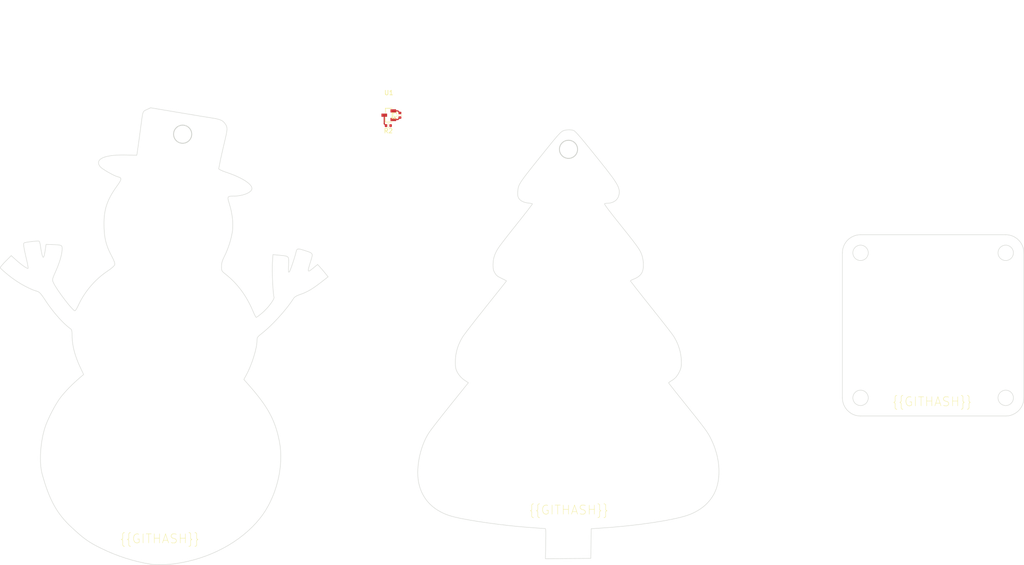
<source format=kicad_pcb>
(kicad_pcb (version 20221018) (generator pcbnew)
  (layers (0 "F.Cu" signal) (31 "B.Cu" signal) (34 "B.Paste" user) (35 "F.Paste" user) (36 "B.SilkS" user "B.Silkscreen") (37 "F.SilkS" user "F.Silkscreen") (38 "B.Mask" user) (39 "F.Mask" user) (44 "Edge.Cuts" user))
  (net 0 "")
  (net 1 "vcc")
  (net 2 "lv_signal")
  (net 3 "hv_signal")
  (net 4 "vcc-1")
  (footprint "lib:R0402" (layer "F.Cu") (at 124.058996 51.431563 90)
    (fp_text reference "R1" (at 0 -1.17 90) (layer "F.SilkS"))
    (fp_text value "Chip Resistor - Surface Mount 10KOhms ±5% 1/16W 0402 RoHS")
    (fp_line (start -0.153641 -0.38) (end 0.153641 -0.38) (stroke (width 0.12)) (layer "F.SilkS"))
    (fp_line (start -0.153641 0.38) (end 0.153641 0.38) (stroke (width 0.12)) (layer "F.SilkS"))
    (pad "1" smd roundrect (at -0.51 0 90) (size 0.54 0.64) (layers "F.Cu" "F.Paste" "F.Mask") (net 1 "vcc"))
    (pad "2" smd roundrect (at 0.51 0 90) (size 0.54 0.64) (layers "F.Cu" "F.Paste" "F.Mask") (net 2 "lv_signal"))
  )
  (footprint "lib:SOT-23-3_L2.9-W1.3-P1.90-LS2.4-BR" (layer "F.Cu") (at 121.615 51.415)
    (fp_text reference "U1" (at 0 -4.95) (layer "F.SilkS"))
    (fp_text value "")
    (fp_line (start -0.73 -1.53) (end -0.73 -0.49) (stroke (width 0.15)) (layer "F.SilkS"))
    (fp_line (start -0.73 1.53) (end -0.73 0.49) (stroke (width 0.15)) (layer "F.SilkS"))
    (fp_line (start 0.73 -1.53) (end -0.73 -1.53) (stroke (width 0.15)) (layer "F.SilkS"))
    (fp_line (start 0.73 -0.46) (end 0.73 0.46) (stroke (width 0.15)) (layer "F.SilkS"))
    (fp_line (start 0.73 1.53) (end -0.73 1.53) (stroke (width 0.15)) (layer "F.SilkS"))
    (pad "1" smd rect (at 1 0.95) (size 1.25 0.7) (layers "F.Cu" "F.Paste" "F.Mask") (net 1 "vcc"))
    (pad "2" smd rect (at 1 -0.95) (size 1.25 0.7) (layers "F.Cu" "F.Paste" "F.Mask") (net 2 "lv_signal"))
    (pad "3" smd rect (at -1 0) (size 1.25 0.7) (layers "F.Cu" "F.Paste" "F.Mask") (net 3 "hv_signal"))
  )
  (footprint "lib:R0402" (layer "F.Cu") (at 121.508806 53.709823 180)
    (fp_text reference "R2" (at 0 -1.17) (layer "F.SilkS"))
    (fp_text value "Chip Resistor - Surface Mount 10KOhms ±5% 1/16W 0402 RoHS")
    (fp_line (start -0.153641 -0.38) (end 0.153641 -0.38) (stroke (width 0.12)) (layer "F.SilkS"))
    (fp_line (start -0.153641 0.38) (end 0.153641 0.38) (stroke (width 0.12)) (layer "F.SilkS"))
    (pad "1" smd roundrect (at -0.51 0 180) (size 0.54 0.64) (layers "F.Cu" "F.Paste" "F.Mask") (net 4 "vcc-1"))
    (pad "2" smd roundrect (at 0.51 0 180) (size 0.54 0.64) (layers "F.Cu" "F.Paste" "F.Mask") (net 3 "hv_signal"))
  )
  (gr_circle (center 225.62 81.79) (end 227.32 81.79) (stroke (width 0.1)) (fill none) (layer "Edge.Cuts"))
  (gr_circle (center 257.62 113.79) (end 259.32 113.79) (stroke (width 0.1)) (fill none) (layer "Edge.Cuts"))
  (gr_circle (center 257.62 81.79) (end 259.32 81.79) (stroke (width 0.1)) (fill none) (layer "Edge.Cuts"))
  (gr_poly (pts (xy 75.142222 50.797022) (xy 79.756606 51.568267) (xy 82.366969 51.99203) (xy 83.019066 52.095762) (xy 83.303876 52.146979) (xy 83.563537 52.198618) (xy 83.799806 52.251323) (xy 84.01444 52.305736) (xy 84.209196 52.362498) (xy 84.385831 52.422252) (xy 84.546102 52.485641) (xy 84.691766 52.553306) (xy 84.824581 52.62589) (xy 84.946303 52.704035) (xy 85.05869 52.788383) (xy 85.163499 52.879577) (xy 85.262486 52.978258) (xy 85.357409 53.08507) (xy 85.479286 53.234958) (xy 85.586233 53.378736) (xy 85.634185 53.44915) (xy 85.678498 53.519015) (xy 85.719202 53.588656) (xy 85.75633 53.658402) (xy 85.789911 53.728576) (xy 85.819976 53.799506) (xy 85.846558 53.871517) (xy 85.869686 53.944936) (xy 85.889392 54.020089) (xy 85.905707 54.097301) (xy 85.918662 54.176899) (xy 85.928287 54.259209) (xy 85.934615 54.344557) (xy 85.937675 54.433269) (xy 85.937499 54.525672) (xy 85.934119 54.62209) (xy 85.927564 54.722851) (xy 85.917866 54.82828) (xy 85.889166 55.054449) (xy 85.848266 55.303204) (xy 85.795414 55.577155) (xy 85.730859 55.878909) (xy 85.654849 56.211077) (xy 84.878546 59.55341) (xy 84.657875 60.550977) (xy 84.450892 61.532488) (xy 84.331406 62.116419) (xy 84.229648 62.629765) (xy 84.15639 63.017063) (xy 84.122409 63.222849) (xy 84.123062 63.236814) (xy 84.127967 63.251873) (xy 84.137065 63.268001) (xy 84.150302 63.285171) (xy 84.167619 63.303357) (xy 84.188962 63.322534) (xy 84.214273 63.342674) (xy 84.243497 63.363751) (xy 84.313454 63.408613) (xy 84.398381 63.456909) (xy 84.497828 63.50843) (xy 84.611342 63.562966) (xy 84.738473 63.620306) (xy 84.878767 63.680241) (xy 85.031775 63.742561) (xy 85.197043 63.807056) (xy 85.374121 63.873515) (xy 85.562558 63.94173) (xy 85.7619 64.011489) (xy 85.971698 64.082583) (xy 86.585981 64.296029) (xy 87.172975 64.516947) (xy 87.730729 64.744054) (xy 88.257293 64.976069) (xy 88.75072 65.211708) (xy 89.209058 65.449689) (xy 89.63036 65.68873) (xy 90.012676 65.927548) (xy 90.354056 66.16486) (xy 90.652552 66.399385) (xy 90.906214 66.629839) (xy 91.113092 66.85494) (xy 91.271238 67.073405) (xy 91.378702 67.283953) (xy 91.412819 67.385857) (xy 91.433535 67.485301) (xy 91.440605 67.582123) (xy 91.433787 67.676165) (xy 91.41712 67.753004) (xy 91.390362 67.829368) (xy 91.35383 67.905131) (xy 91.307839 67.980165) (xy 91.252707 68.054343) (xy 91.188749 68.12754) (xy 91.116281 68.199626) (xy 91.03562 68.270477) (xy 90.947082 68.339964) (xy 90.850984 68.407961) (xy 90.747641 68.47434) (xy 90.637371 68.538975) (xy 90.520488 68.601739) (xy 90.39731 68.662505) (xy 90.268153 68.721145) (xy 90.133332 68.777534) (xy 89.993165 68.831543) (xy 89.847967 68.883047) (xy 89.543745 68.978027) (xy 89.223197 69.06146) (xy 88.888852 69.132329) (xy 88.54324 69.189618) (xy 88.188892 69.232313) (xy 88.009232 69.24787) (xy 87.828337 69.259397) (xy 87.646523 69.266767) (xy 87.464106 69.269854) (xy 87.202959 69.272042) (xy 86.97453 69.277492) (xy 86.777472 69.288473) (xy 86.690288 69.296746) (xy 86.610443 69.307253) (xy 86.537768 69.320276) (xy 86.472096 69.3361) (xy 86.413258 69.355009) (xy 86.361087 69.377285) (xy 86.315414 69.403211) (xy 86.276071 69.433073) (xy 86.24289 69.467154) (xy 86.215703 69.505736) (xy 86.194342 69.549103) (xy 86.178638 69.59754) (xy 86.168424 69.65133) (xy 86.163532 69.710755) (xy 86.163793 69.776101) (xy 86.169039 69.847649) (xy 86.179102 69.925685) (xy 86.193814 70.010491) (xy 86.236514 70.20155) (xy 86.295792 70.423093) (xy 86.370304 70.677389) (xy 86.458705 70.966708) (xy 86.582128 71.384478) (xy 86.694998 71.803093) (xy 86.797211 72.221567) (xy 86.888665 72.638919) (xy 86.969257 73.054166) (xy 87.038885 73.466323) (xy 87.097447 73.874409) (xy 87.144838 74.277439) (xy 87.180958 74.674432) (xy 87.205702 75.064404) (xy 87.21897 75.446371) (xy 87.220657 75.819352) (xy 87.210662 76.182361) (xy 87.188881 76.534418) (xy 87.155212 76.874538) (xy 87.109553 77.201739) (xy 86.986123 77.871628) (xy 86.830027 78.558912) (xy 86.643845 79.255662) (xy 86.430157 79.953949) (xy 86.19154 80.645848) (xy 85.930575 81.323429) (xy 85.649841 81.978766) (xy 85.351916 82.60393) (xy 85.189192 82.938586) (xy 85.118752 83.093315) (xy 85.055229 83.240939) (xy 84.998352 83.382431) (xy 84.947849 83.518761) (xy 84.903447 83.650903) (xy 84.864875 83.779828) (xy 84.831859 83.906506) (xy 84.804129 84.031911) (xy 84.781412 84.157013) (xy 84.763435 84.282785) (xy 84.749927 84.410197) (xy 84.740615 84.540223) (xy 84.735228 84.673833) (xy 84.733493 84.811999) (xy 84.736223 85.129082) (xy 84.741369 85.261496) (xy 84.750575 85.379459) (xy 84.764997 85.485194) (xy 84.774524 85.534172) (xy 84.785789 85.580928) (xy 84.798934 85.625739) (xy 84.814106 85.668884) (xy 84.831447 85.710641) (xy 84.851104 85.751288) (xy 84.873219 85.791103) (xy 84.897937 85.830364) (xy 84.925403 85.869349) (xy 84.955761 85.908337) (xy 84.989155 85.947605) (xy 85.02573 85.987432) (xy 85.109 86.069873) (xy 85.206725 86.157886) (xy 85.320061 86.253696) (xy 85.598185 86.477602) (xy 86.096863 86.886277) (xy 86.577755 87.306529) (xy 87.04138 87.739064) (xy 87.488258 88.184586) (xy 87.918909 88.6438) (xy 88.333852 89.117412) (xy 88.733607 89.606125) (xy 89.118694 90.110646) (xy 89.489632 90.631678) (xy 89.846941 91.169927) (xy 90.19114 91.726098) (xy 90.52275 92.300895) (xy 90.84229 92.895024) (xy 91.150279 93.509189) (xy 91.447237 94.144095) (xy 91.733683 94.800448) (xy 91.84059 95.047283) (xy 91.945802 95.277558) (xy 92.046625 95.486234) (xy 92.140364 95.668271) (xy 92.224324 95.818627) (xy 92.295813 95.932265) (xy 92.326039 95.973739) (xy 92.352136 96.004143) (xy 92.373767 96.022848) (xy 92.382804 96.027616) (xy 92.390597 96.029223) (xy 92.399173 96.028006) (xy 92.410522 96.024397) (xy 92.441219 96.010237) (xy 92.482045 95.987221) (xy 92.53236 95.955824) (xy 92.591521 95.916524) (xy 92.658887 95.869798) (xy 92.815666 95.755976) (xy 92.997564 95.618173) (xy 93.199447 95.460204) (xy 93.416182 95.285885) (xy 93.642634 95.099032) (xy 93.891007 94.882848) (xy 94.141366 94.648628) (xy 94.390948 94.400061) (xy 94.636991 94.140836) (xy 94.87673 93.874641) (xy 95.107403 93.605164) (xy 95.326247 93.336095) (xy 95.530498 93.071122) (xy 95.717394 92.813933) (xy 95.884171 92.568218) (xy 96.028066 92.337665) (xy 96.146316 92.125962) (xy 96.236159 91.936798) (xy 96.294829 91.773863) (xy 96.311612 91.703383) (xy 96.319566 91.640844) (xy 96.318345 91.586706) (xy 96.307605 91.54143) (xy 96.264441 91.378418) (xy 96.221593 91.121805) (xy 96.138989 90.373142) (xy 96.064068 89.386161) (xy 96.001109 88.251583) (xy 95.954389 87.060129) (xy 95.928186 85.902519) (xy 95.926777 84.869474) (xy 95.95444 84.051714) (xy 96.07471 82.177477) (xy 97.36716 82.304781) (xy 98.13507 82.379263) (xy 98.441266 82.413109) (xy 98.700599 82.449744) (xy 98.916803 82.492956) (xy 99.009898 82.518212) (xy 99.09361 82.546534) (xy 99.168406 82.578395) (xy 99.234753 82.614268) (xy 99.293117 82.654627) (xy 99.343964 82.699946) (xy 99.387763 82.750698) (xy 99.424978 82.807357) (xy 99.456076 82.870396) (xy 99.481525 82.94029) (xy 99.501791 83.017511) (xy 99.51734 83.102533) (xy 99.536155 83.297877) (xy 99.541702 83.530109) (xy 99.537716 83.803018) (xy 99.51607 84.486025) (xy 99.501811 85.019341) (xy 99.495778 85.429631) (xy 99.49953 85.727933) (xy 99.505563 85.838537) (xy 99.514626 85.925284) (xy 99.526915 85.989553) (xy 99.542625 86.032723) (xy 99.551823 86.046828) (xy 99.56195 86.056175) (xy 99.573029 86.060938) (xy 99.585085 86.061289) (xy 99.612224 86.049443) (xy 99.643564 86.022019) (xy 99.679299 85.980395) (xy 99.719623 85.925951) (xy 99.770963 85.835961) (xy 99.83738 85.6921) (xy 100.00736 85.267042) (xy 100.213404 84.699332) (xy 100.439353 84.037526) (xy 100.669049 83.330178) (xy 100.886332 82.625845) (xy 101.075044 81.973082) (xy 101.219027 81.420443) (xy 101.232451 81.367288) (xy 101.246658 81.317349) (xy 101.261814 81.270604) (xy 101.278084 81.227032) (xy 101.295634 81.186611) (xy 101.314631 81.149321) (xy 101.33524 81.115138) (xy 101.357628 81.084043) (xy 101.381959 81.056013) (xy 101.4084 81.031027) (xy 101.437117 81.009064) (xy 101.468275 80.990102) (xy 101.502041 80.974119) (xy 101.538581 80.961095) (xy 101.578059 80.951007) (xy 101.620643 80.943835) (xy 101.666497 80.939556) (xy 101.715788 80.938149) (xy 101.768682 80.939594) (xy 101.825345 80.943867) (xy 101.885942 80.950949) (xy 101.950639 80.960817) (xy 102.019603 80.97345) (xy 102.092998 80.988826) (xy 102.170992 81.006924) (xy 102.253749 81.027723) (xy 102.434219 81.077337) (xy 102.635734 81.137495) (xy 102.859622 81.208025) (xy 103.581471 81.438726) (xy 103.868146 81.535185) (xy 104.108644 81.625316) (xy 104.212356 81.669476) (xy 104.305459 81.713816) (xy 104.388264 81.758923) (xy 104.461082 81.805384) (xy 104.524226 81.853787) (xy 104.578006 81.904719) (xy 104.622735 81.958768) (xy 104.658725 82.01652) (xy 104.686285 82.078563) (xy 104.705729 82.145484) (xy 104.717368 82.217871) (xy 104.721513 82.296311) (xy 104.718476 82.381392) (xy 104.708568 82.4737) (xy 104.692102 82.573823) (xy 104.669388 82.682348) (xy 104.606464 82.926954) (xy 104.522289 83.212218) (xy 104.300158 83.92351) (xy 104.076968 84.658354) (xy 103.993442 84.95378) (xy 103.929762 85.203046) (xy 103.886777 85.407528) (xy 103.865337 85.568604) (xy 103.862962 85.633296) (xy 103.866292 85.687652) (xy 103.875434 85.731846) (xy 103.890492 85.766049) (xy 103.911574 85.790433) (xy 103.938786 85.805172) (xy 103.972234 85.810436) (xy 104.012025 85.806398) (xy 104.058263 85.79323) (xy 104.111056 85.771105) (xy 104.236732 85.700671) (xy 104.3899 85.596472) (xy 104.571411 85.459887) (xy 105.02286 85.095065) (xy 105.918216 84.355181) (xy 106.388476 84.86751) (xy 106.496975 84.987739) (xy 106.625318 85.133369) (xy 106.92254 85.478508) (xy 107.242155 85.858286) (xy 107.546176 86.22806) (xy 108.2336 87.076296) (xy 106.72333 88.254687) (xy 106.031007 88.783192) (xy 105.392025 89.245391) (xy 105.089314 89.453516) (xy 104.796071 89.647331) (xy 104.511007 89.827593) (xy 104.232833 89.995056) (xy 103.960259 90.150478) (xy 103.691998 90.294613) (xy 103.426759 90.428217) (xy 103.163254 90.552046) (xy 102.900193 90.666855) (xy 102.636288 90.773401) (xy 102.370249 90.872439) (xy 102.100787 90.964724) (xy 101.955978 91.013649) (xy 101.818902 91.062832) (xy 101.689432 91.112348) (xy 101.567439 91.162273) (xy 101.452795 91.212683) (xy 101.345371 91.263651) (xy 101.245039 91.315254) (xy 101.151671 91.367567) (xy 101.065138 91.420665) (xy 100.985313 91.474624) (xy 100.912065 91.529517) (xy 100.845269 91.585421) (xy 100.784794 91.642412) (xy 100.730512 91.700563) (xy 100.682296 91.759951) (xy 100.640017 91.82065) (xy 100.313962 92.312951) (xy 99.958065 92.82026) (xy 99.575318 93.339289) (xy 99.168711 93.866747) (xy 98.741234 94.399346) (xy 98.295878 94.933795) (xy 97.835635 95.466804) (xy 97.363494 95.995083) (xy 96.882446 96.515343) (xy 96.395482 97.024295) (xy 95.905593 97.518647) (xy 95.415769 97.995111) (xy 94.929002 98.450396) (xy 94.44828 98.881213) (xy 93.976596 99.284272) (xy 93.51694 99.656283) (xy 93.364132 99.777198) (xy 93.228349 99.887118) (xy 93.108601 99.987555) (xy 93.003899 100.080022) (xy 92.913256 100.166032) (xy 92.835682 100.247098) (xy 92.770188 100.324733) (xy 92.741662 100.362737) (xy 92.715786 100.40045) (xy 92.692435 100.438062) (xy 92.671487 100.475762) (xy 92.652817 100.513738) (xy 92.636302 100.552181) (xy 92.621819 100.591279) (xy 92.609244 100.631221) (xy 92.589322 100.714395) (xy 92.575548 100.803215) (xy 92.566934 100.899195) (xy 92.56249 101.003847) (xy 92.561229 101.118685) (xy 92.548214 101.459191) (xy 92.510172 101.840399) (xy 92.448603 102.257479) (xy 92.365007 102.705605) (xy 92.260885 103.179948) (xy 92.137739 103.675679) (xy 91.997068 104.187971) (xy 91.840373 104.711996) (xy 91.669155 105.242926) (xy 91.484915 105.775933) (xy 91.289154 106.306188) (xy 91.083372 106.828864) (xy 90.86907 107.339132) (xy 90.647749 107.832164) (xy 90.420909 108.303133) (xy 90.190051 108.74721) (xy 89.658061 109.729433) (xy 90.799319 111.025652) (xy 91.552256 111.894452) (xy 92.247519 112.726345) (xy 92.887901 113.52649) (xy 93.476195 114.300047) (xy 94.015193 115.052178) (xy 94.507688 115.788042) (xy 94.956473 116.5128) (xy 95.364341 117.231612) (xy 95.734083 117.949638) (xy 96.068493 118.672038) (xy 96.370364 119.403974) (xy 96.642488 120.150605) (xy 96.887657 120.917091) (xy 97.108665 121.708593) (xy 97.308304 122.530271) (xy 97.489367 123.387286) (xy 97.659586 124.435519) (xy 97.764545 125.512723) (xy 97.805707 126.613102) (xy 97.784533 127.73086) (xy 97.702485 128.860202) (xy 97.561026 129.995332) (xy 97.361618 131.130454) (xy 97.105722 132.259774) (xy 96.794801 133.377494) (xy 96.430316 134.47782) (xy 96.01373 135.554956) (xy 95.546505 136.603107) (xy 95.030102 137.616476) (xy 94.465984 138.589268) (xy 93.855613 139.515689) (xy 93.20045 140.389941) (xy 92.386005 141.350273) (xy 91.510226 142.273552) (xy 90.576227 143.158109) (xy 89.587122 144.002278) (xy 88.546024 144.80439) (xy 87.456048 145.562779) (xy 86.320308 146.275777) (xy 85.141916 146.941716) (xy 83.923988 147.558929) (xy 82.669636 148.125749) (xy 81.381976 148.640508) (xy 80.06412 149.101539) (xy 78.719182 149.507174) (xy 77.350277 149.855747) (xy 75.960518 150.145589) (xy 74.553019 150.375033) (xy 73.862872 150.459306) (xy 73.131633 150.525975) (xy 72.383923 150.574372) (xy 71.644361 150.603827) (xy 70.93757 150.613671) (xy 70.288169 150.603235) (xy 69.720779 150.57185) (xy 69.475532 150.548093) (xy 69.26002 150.518847) (xy 69.260051 150.518832) (xy 67.831835 150.262486) (xy 66.416949 149.953785) (xy 65.016193 149.592984) (xy 63.630368 149.180338) (xy 62.260274 148.716103) (xy 60.90671 148.200532) (xy 59.570477 147.633881) (xy 58.252375 147.016405) (xy 57.283074 146.528505) (xy 56.847829 146.298277) (xy 56.438641 146.072324) (xy 56.050351 145.846994) (xy 55.6778 145.618633) (xy 55.315827 145.383588) (xy 54.959273 145.138205) (xy 54.602979 144.87883) (xy 54.241783 144.601811) (xy 53.870528 144.303492) (xy 53.484054 143.980222) (xy 52.644807 143.244211) (xy 51.682765 142.36455) (xy 51.097036 141.804159) (xy 50.54538 141.238954) (xy 50.025658 140.665073) (xy 49.535731 140.078649) (xy 49.07346 139.475819) (xy 48.636705 138.852719) (xy 48.223328 138.205483) (xy 47.831189 137.530249) (xy 47.458149 136.823151) (xy 47.10207 136.080325) (xy 46.760812 135.297907) (xy 46.432236 134.472032) (xy 46.114202 133.598836) (xy 45.804573 132.674455) (xy 45.501208 131.695024) (xy 45.201968 130.656679) (xy 45.078569 130.147371) (xy 44.978794 129.594224) (xy 44.90231 129.00242) (xy 44.848785 128.377144) (xy 44.817886 127.723579) (xy 44.809281 127.046907) (xy 44.822637 126.352311) (xy 44.857621 125.644974) (xy 44.913901 124.93008) (xy 44.991145 124.212811) (xy 45.089019 123.498351) (xy 45.207191 122.791883) (xy 45.345328 122.098589) (xy 45.503099 121.423652) (xy 45.68017 120.772256) (xy 45.876208 120.149584) (xy 46.005143 119.787909) (xy 46.154924 119.401263) (xy 46.508073 118.570286) (xy 46.917749 117.69111) (xy 47.366047 116.79819) (xy 47.83506 115.92598) (xy 48.306883 115.108937) (xy 48.76361 114.381515) (xy 48.980717 114.062179) (xy 49.187335 113.77817) (xy 49.387433 113.519297) (xy 49.599256 113.255538) (xy 50.056372 112.715109) (xy 50.555279 112.160374) (xy 51.092575 111.594824) (xy 51.664855 111.021952) (xy 52.268718 110.445248) (xy 52.900758 109.868205) (xy 53.557574 109.294314) (xy 54.329783 108.634142) (xy 53.616031 107.110232) (xy 53.390001 106.6154) (xy 53.179365 106.128819) (xy 52.984012 105.650049) (xy 52.803829 105.178652) (xy 52.638704 104.71419) (xy 52.488525 104.256224) (xy 52.353181 103.804315) (xy 52.232559 103.358025) (xy 52.126547 102.916915) (xy 52.035034 102.480548) (xy 51.957906 102.048484) (xy 51.895053 101.620284) (xy 51.846363 101.195511) (xy 51.811722 100.773726) (xy 51.79102 100.35449) (xy 51.784144 99.937365) (xy 51.780657 99.620612) (xy 51.776007 99.482669) (xy 51.769161 99.357285) (xy 51.759927 99.243666) (xy 51.748111 99.141014) (xy 51.733519 99.048534) (xy 51.715958 98.96543) (xy 51.695233 98.890904) (xy 51.671153 98.824161) (xy 51.643523 98.764406) (xy 51.612149 98.71084) (xy 51.576839 98.662669) (xy 51.537399 98.619096) (xy 51.493635 98.579325) (xy 51.445353 98.542559) (xy 51.149902 98.324092) (xy 50.839064 98.073347) (xy 50.514896 97.792628) (xy 50.179453 97.484238) (xy 49.834791 97.150482) (xy 49.482966 96.793665) (xy 49.126033 96.41609) (xy 48.766047 96.020062) (xy 48.405065 95.607885) (xy 48.045142 95.181864) (xy 47.688333 94.744302) (xy 47.336694 94.297504) (xy 46.992281 93.843774) (xy 46.657149 93.385417) (xy 46.333354 92.924737) (xy 46.022952 92.464037) (xy 45.611719 91.844971) (xy 45.279782 91.362091) (xy 45.137757 91.165551) (xy 45.008606 90.995655) (xy 44.89001 90.849933) (xy 44.779654 90.725918) (xy 44.675221 90.621143) (xy 44.574392 90.533138) (xy 44.474852 90.459437) (xy 44.374284 90.397571) (xy 44.27037 90.345073) (xy 44.160793 90.299474) (xy 44.043237 90.258307) (xy 43.915385 90.219103) (xy 43.593888 90.117525) (xy 43.255864 89.996009) (xy 42.903268 89.855657) (xy 42.538058 89.697573) (xy 42.162189 89.522858) (xy 41.777618 89.332616) (xy 41.386301 89.127951) (xy 40.990194 88.909964) (xy 40.591254 88.679759) (xy 40.191438 88.438438) (xy 39.792701 88.187105) (xy 39.396999 87.926862) (xy 39.00629 87.658812) (xy 38.622529 87.384058) (xy 38.247673 87.103703) (xy 37.883677 86.81885) (xy 37.49456 86.502783) (xy 37.131548 86.199554) (xy 36.802586 85.916398) (xy 36.515619 85.660548) (xy 36.278593 85.439239) (xy 36.099452 85.259705) (xy 36.034071 85.187865) (xy 35.986141 85.129182) (xy 35.956654 85.08456) (xy 35.946605 85.054903) (xy 35.948192 85.042433) (xy 35.952903 85.026953) (xy 35.971384 84.987332) (xy 36.001425 84.936776) (xy 36.042403 84.876021) (xy 36.093695 84.805804) (xy 36.154681 84.726859) (xy 36.224736 84.639924) (xy 36.303239 84.545735) (xy 36.389567 84.445026) (xy 36.483097 84.338536) (xy 36.689276 84.11115) (xy 36.916796 83.869466) (xy 37.037003 83.745102) (xy 37.160678 83.619372) (xy 38.374759 82.395922) (xy 39.365809 83.301684) (xy 39.814301 83.698656) (xy 40.266196 84.075272) (xy 40.704205 84.419302) (xy 41.111041 84.718514) (xy 41.469414 84.960676) (xy 41.625024 85.056541) (xy 41.762035 85.133557) (xy 41.878286 85.190195) (xy 41.971615 85.224926) (xy 42.039863 85.236222) (xy 42.063905 85.232603) (xy 42.080867 85.222552) (xy 42.085566 85.215268) (xy 42.089233 85.203934) (xy 42.093537 85.169549) (xy 42.093921 85.120268) (xy 42.090523 85.056964) (xy 42.083485 84.98051) (xy 42.072948 84.891778) (xy 42.059051 84.79164) (xy 42.041937 84.68097) (xy 41.998614 84.43152) (xy 41.944105 84.150408) (xy 41.879534 83.844615) (xy 41.806025 83.52112) (xy 41.578977 82.541169) (xy 41.399614 81.732306) (xy 41.265507 81.079136) (xy 41.174225 80.56626) (xy 41.123338 80.17828) (xy 41.112283 80.026315) (xy 41.110416 79.899799) (xy 41.117432 79.796809) (xy 41.133029 79.71542) (xy 41.156901 79.653706) (xy 41.188746 79.609743) (xy 41.213078 79.592846) (xy 41.252556 79.575085) (xy 41.372962 79.537437) (xy 41.541984 79.497733) (xy 41.751641 79.456905) (xy 42.26094 79.37561) (xy 42.837013 79.301016) (xy 43.416018 79.240586) (xy 43.934111 79.201782) (xy 44.150364 79.192822) (xy 44.327447 79.192067) (xy 44.45738 79.20045) (xy 44.532183 79.218905) (xy 44.538527 79.223215) (xy 44.545097 79.229471) (xy 44.551878 79.23762) (xy 44.558855 79.247608) (xy 44.573336 79.272888) (xy 44.588416 79.304879) (xy 44.603974 79.343154) (xy 44.619887 79.387282) (xy 44.636031 79.436835) (xy 44.652284 79.491383) (xy 44.668525 79.550496) (xy 44.684629 79.613746) (xy 44.700475 79.680703) (xy 44.715939 79.750937) (xy 44.7309 79.82402) (xy 44.745234 79.899521) (xy 44.75882 79.977012) (xy 44.771533 80.056063) (xy 44.946351 81.130774) (xy 45.025944 81.564983) (xy 45.101061 81.931234) (xy 45.172253 82.230134) (xy 45.24007 82.462288) (xy 45.305063 82.628302) (xy 45.336673 82.686696) (xy 45.367783 82.728781) (xy 45.398463 82.754634) (xy 45.428781 82.764331) (xy 45.458807 82.757947) (xy 45.488608 82.735557) (xy 45.518254 82.697238) (xy 45.547814 82.643066) (xy 45.606951 82.487462) (xy 45.666568 82.269351) (xy 45.727218 81.98934) (xy 45.78945 81.648032) (xy 45.853816 81.246035) (xy 46.055377 79.918581) (xy 47.417926 79.96628) (xy 48.109143 79.993687) (xy 48.392021 80.009194) (xy 48.636741 80.027435) (xy 48.846051 80.049559) (xy 49.022696 80.076715) (xy 49.169424 80.110051) (xy 49.288982 80.150717) (xy 49.339431 80.174158) (xy 49.384117 80.199861) (xy 49.423385 80.227972) (xy 49.457577 80.258632) (xy 49.487036 80.291987) (xy 49.512107 80.32818) (xy 49.533132 80.367353) (xy 49.550455 80.409652) (xy 49.575367 80.504197) (xy 49.589592 80.612965) (xy 49.595876 80.737105) (xy 49.596965 80.877764) (xy 49.590289 81.099803) (xy 49.571905 81.336737) (xy 49.542029 81.587807) (xy 49.500879 81.852253) (xy 49.448672 82.129318) (xy 49.385623 82.418243) (xy 49.311951 82.718269) (xy 49.227873 83.028637) (xy 49.133604 83.34859) (xy 49.029362 83.677367) (xy 48.915364 84.014212) (xy 48.791827 84.358364) (xy 48.658967 84.709065) (xy 48.517002 85.065558) (xy 48.366148 85.427082) (xy 48.206622 85.792879) (xy 47.949769 86.374791) (xy 47.755997 86.832451) (xy 47.68104 87.021721) (xy 47.619784 87.188367) (xy 47.571537 87.335205) (xy 47.535609 87.465048) (xy 47.511311 87.580709) (xy 47.497952 87.685002) (xy 47.494842 87.78074) (xy 47.501291 87.870737) (xy 47.516609 87.957807) (xy 47.540106 88.044763) (xy 47.571091 88.134418) (xy 47.608874 88.229586) (xy 47.761079 88.551834) (xy 47.975096 88.939463) (xy 48.241913 89.380584) (xy 48.55252 89.863307) (xy 49.269066 90.905997) (xy 50.052651 91.972411) (xy 50.831193 92.967426) (xy 51.196047 93.408433) (xy 51.532609 93.795921) (xy 51.831869 94.117998) (xy 52.084818 94.362774) (xy 52.282443 94.518359) (xy 52.357694 94.558989) (xy 52.415736 94.572863) (xy 52.426811 94.571375) (xy 52.439084 94.56696) (xy 52.452509 94.559691) (xy 52.467041 94.549641) (xy 52.482633 94.536883) (xy 52.499239 94.521489) (xy 52.516813 94.503532) (xy 52.535309 94.483086) (xy 52.574881 94.435018) (xy 52.617586 94.377866) (xy 52.663055 94.312214) (xy 52.710918 94.238646) (xy 52.760808 94.157745) (xy 52.812354 94.070093) (xy 52.865187 93.976276) (xy 52.918939 93.876875) (xy 52.97324 93.772474) (xy 53.02772 93.663657) (xy 53.082012 93.551007) (xy 53.135745 93.435107) (xy 53.405424 92.869327) (xy 53.69623 92.311615) (xy 54.007442 91.76282) (xy 54.338342 91.223792) (xy 54.688208 90.695381) (xy 55.05632 90.178436) (xy 55.441958 89.673808) (xy 55.844402 89.182347) (xy 56.262932 88.704901) (xy 56.696828 88.242322) (xy 57.145369 87.795459) (xy 57.607836 87.365163) (xy 58.083508 86.952281) (xy 58.571665 86.557666) (xy 59.071586 86.182166) (xy 59.582553 85.826632) (xy 59.914962 85.598282) (xy 60.214172 85.3804) (xy 60.477869 85.17504) (xy 60.595674 85.077698) (xy 60.703732 84.984257) (xy 60.801753 84.894974) (xy 60.889447 84.810106) (xy 60.966524 84.72991) (xy 61.032694 84.654642) (xy 61.087669 84.584559) (xy 61.131158 84.519919) (xy 61.162872 84.460977) (xy 61.182521 84.407992) (xy 61.189444 84.378526) (xy 61.194656 84.347449) (xy 61.198136 84.314702) (xy 61.199864 84.280227) (xy 61.197977 84.205863) (xy 61.188829 84.123892) (xy 61.172254 84.033852) (xy 61.148084 83.935279) (xy 61.116154 83.82771) (xy 61.076297 83.71068) (xy 61.028345 83.583727) (xy 60.972134 83.446388) (xy 60.907495 83.298197) (xy 60.834263 83.138693) (xy 60.75227 82.967412) (xy 60.661351 82.783889) (xy 60.561339 82.587662) (xy 60.452067 82.378268) (xy 60.237971 81.961359) (xy 60.041673 81.555601) (xy 59.862568 81.158484) (xy 59.700049 80.767498) (xy 59.553508 80.380135) (xy 59.422339 79.993885) (xy 59.305935 79.60624) (xy 59.203689 79.21469) (xy 59.114995 78.816725) (xy 59.039245 78.409838) (xy 58.975833 77.991518) (xy 58.924151 77.559256) (xy 58.883594 77.110544) (xy 58.853553 76.642872) (xy 58.833423 76.153731) (xy 58.822596 75.640612) (xy 58.82378 75.019765) (xy 58.843433 74.425285) (xy 58.882591 73.854032) (xy 58.942291 73.302869) (xy 59.023569 72.768658) (xy 59.127459 72.248262) (xy 59.255 71.738542) (xy 59.407225 71.236361) (xy 59.585172 70.73858) (xy 59.789877 70.242062) (xy 60.022374 69.743669) (xy 60.283701 69.240263) (xy 60.574893 68.728705) (xy 60.896986 68.205859) (xy 61.251015 67.668586) (xy 61.638018 67.113749) (xy 61.84244 66.825076) (xy 62.020375 66.566593) (xy 62.17201 66.336298) (xy 62.29753 66.132187) (xy 62.397121 65.95226) (xy 62.470968 65.794512) (xy 62.498296 65.72333) (xy 62.519258 65.656942) (xy 62.533877 65.595098) (xy 62.542176 65.537547) (xy 62.544179 65.484039) (xy 62.539908 65.434323) (xy 62.529387 65.388151) (xy 62.512639 65.34527) (xy 62.489688 65.305431) (xy 62.460556 65.268384) (xy 62.425267 65.233878) (xy 62.383844 65.201662) (xy 62.33631 65.171487) (xy 62.282689 65.143103) (xy 62.157276 65.090703) (xy 62.007792 65.042459) (xy 61.834422 64.996371) (xy 61.657986 64.943069) (xy 61.445562 64.862593) (xy 61.203024 64.758325) (xy 60.93625 64.633653) (xy 60.353499 64.336631) (xy 59.744319 63.998608) (xy 59.155721 63.646664) (xy 58.634716 63.307879) (xy 58.414252 63.151884) (xy 58.228316 63.009334) (xy 58.082783 62.883614) (xy 57.983531 62.778109) (xy 57.869943 62.622242) (xy 57.777351 62.470362) (xy 57.705558 62.322559) (xy 57.654369 62.178917) (xy 57.623588 62.039526) (xy 57.613018 61.904471) (xy 57.622463 61.773839) (xy 57.651728 61.647718) (xy 57.700616 61.526195) (xy 57.768931 61.409356) (xy 57.856477 61.297289) (xy 57.963058 61.190081) (xy 58.088479 61.087819) (xy 58.232542 60.99059) (xy 58.395052 60.89848) (xy 58.575812 60.811578) (xy 58.774627 60.72997) (xy 58.991301 60.653743) (xy 59.225638 60.582984) (xy 59.477441 60.51778) (xy 59.746514 60.458218) (xy 60.032661 60.404385) (xy 60.335687 60.356369) (xy 60.655395 60.314256) (xy 60.991589 60.278134) (xy 61.344073 60.248089) (xy 61.712651 60.224208) (xy 62.097127 60.20658) (xy 62.497305 60.195289) (xy 62.912988 60.190424) (xy 63.343981 60.192072) (xy 63.790088 60.20032) (xy 66.056857 60.258219) (xy 66.273486 58.80189) (xy 66.542465 56.891029) (xy 66.884944 54.341891) (xy 67.190183 52.053843) (xy 67.248082 51.679802) (xy 67.303557 51.37005) (xy 67.359078 51.117137) (xy 67.417116 50.913616) (xy 67.48014 50.752035) (xy 67.55062 50.624945) (xy 67.631027 50.524898) (xy 67.72383 50.444442) (xy 67.831501 50.37613) (xy 67.956508 50.312512) (xy 68.268412 50.169558) (xy 69.100734 49.778315)) (stroke (width 0.1)) (fill none) (layer "Edge.Cuts"))
  (gr_arc (start 261.62 113.79) (mid 260.448427 116.618427) (end 257.62 117.79) (stroke (width 0.1)) (layer "Edge.Cuts"))
  (gr_arc (start 225.62 117.79) (mid 222.791573 116.618427) (end 221.62 113.79) (stroke (width 0.1)) (layer "Edge.Cuts"))
  (gr_line (start 261.62 113.79) (end 261.62 81.79) (stroke (width 0.1)) (layer "Edge.Cuts"))
  (gr_circle (center 161.229974 58.946031) (end 163.229974 58.946031) (stroke (width 0.2)) (fill none) (layer "Edge.Cuts"))
  (gr_line (start 221.62 81.79) (end 221.62 113.79) (stroke (width 0.1)) (layer "Edge.Cuts"))
  (gr_arc (start 257.62 77.79) (mid 260.448427 78.961573) (end 261.62 81.79) (stroke (width 0.1)) (layer "Edge.Cuts"))
  (gr_poly (pts (xy 161.429183 54.643361) (xy 161.588699 54.648976) (xy 161.743405 54.660128) (xy 161.8913 54.67685) (xy 162.030385 54.699174) (xy 162.158659 54.727132) (xy 162.274122 54.760758) (xy 162.374774 54.800082) (xy 162.418214 54.822065) (xy 162.465501 54.850416) (xy 162.517128 54.885713) (xy 162.573587 54.928531) (xy 162.702967 55.039035) (xy 162.857578 55.186538) (xy 163.041357 55.37565) (xy 163.258241 55.610981) (xy 163.512165 55.897139) (xy 163.807067 56.238735) (xy 164.146884 56.640378) (xy 164.53555 57.106678) (xy 164.977005 57.642244) (xy 165.475183 58.251687) (xy 166.657456 59.710639) (xy 168.113864 61.520411) (xy 169.490282 63.25197) (xy 170.562092 64.650979) (xy 170.993296 65.243203) (xy 171.359779 65.7732) (xy 171.665351 66.247941) (xy 171.913823 66.674396) (xy 172.109006 67.059535) (xy 172.254708 67.41033) (xy 172.354741 67.733749) (xy 172.412915 68.036764) (xy 172.433041 68.326344) (xy 172.418927 68.609461) (xy 172.374385 68.893084) (xy 172.303226 69.184183) (xy 172.274597 69.278158) (xy 172.242 69.369887) (xy 172.205507 69.459324) (xy 172.165188 69.546423) (xy 172.121114 69.631137) (xy 172.073357 69.713419) (xy 172.021987 69.793223) (xy 171.967076 69.870502) (xy 171.908694 69.945208) (xy 171.846914 70.017296) (xy 171.781806 70.08672) (xy 171.71344 70.153431) (xy 171.641889 70.217383) (xy 171.567223 70.278531) (xy 171.489513 70.336826) (xy 171.408831 70.392223) (xy 171.325247 70.444674) (xy 171.238833 70.494134) (xy 171.14966 70.540554) (xy 171.057799 70.58389) (xy 170.96332 70.624093) (xy 170.866295 70.661118) (xy 170.766796 70.694917) (xy 170.664893 70.725444) (xy 170.560657 70.752652) (xy 170.45416 70.776495) (xy 170.345472 70.796926) (xy 170.234664 70.813898) (xy 170.121809 70.827364) (xy 170.006976 70.837278) (xy 169.890237 70.843593) (xy 169.771663 70.846262) (xy 169.726607 70.847177) (xy 169.681188 70.849133) (xy 169.590479 70.855957) (xy 169.501974 70.8663) (xy 169.418107 70.879728) (xy 169.378675 70.887463) (xy 169.341315 70.895806) (xy 169.306334 70.904703) (xy 169.274034 70.9141) (xy 169.244721 70.923942) (xy 169.218699 70.934176) (xy 169.196272 70.944746) (xy 169.177745 70.955599) (xy 169.171643 70.965792) (xy 169.172154 70.983757) (xy 169.17922 71.009417) (xy 169.192785 71.042693) (xy 169.239181 71.131786) (xy 169.310885 71.250417) (xy 169.407439 71.397965) (xy 169.528385 71.573811) (xy 169.673265 71.777334) (xy 169.841623 72.007915) (xy 170.246938 72.547768) (xy 170.740668 73.18841) (xy 171.319154 73.924882) (xy 171.978732 74.752222) (xy 174.641332 78.093405) (xy 175.537111 79.246786) (xy 176.200008 80.134787) (xy 176.673118 80.816979) (xy 176.99954 81.352933) (xy 177.222371 81.802218) (xy 177.384708 82.224406) (xy 177.462833 82.472098) (xy 177.531331 82.72855) (xy 177.59016 82.991701) (xy 177.639284 83.259489) (xy 177.678662 83.529854) (xy 177.708257 83.800735) (xy 177.728028 84.070071) (xy 177.737937 84.335802) (xy 177.737946 84.595867) (xy 177.728014 84.848205) (xy 177.708104 85.090755) (xy 177.678176 85.321456) (xy 177.638191 85.538248) (xy 177.588111 85.739069) (xy 177.527896 85.92186) (xy 177.457507 86.084559) (xy 177.391656 86.207668) (xy 177.318059 86.327563) (xy 177.236853 86.444134) (xy 177.148173 86.557272) (xy 177.052156 86.666869) (xy 176.948938 86.772814) (xy 176.838657 86.874999) (xy 176.721448 86.973315) (xy 176.597448 87.067652) (xy 176.466794 87.157903) (xy 176.32962 87.243956) (xy 176.186065 87.325705) (xy 176.036265 87.403039) (xy 175.880355 87.475849) (xy 175.718473 87.544027) (xy 175.550754 87.607462) (xy 175.482045 87.632835) (xy 175.415483 87.658969) (xy 175.351405 87.685667) (xy 175.290146 87.712731) (xy 175.23204 87.739963) (xy 175.177423 87.767164) (xy 175.126631 87.794136) (xy 175.079997 87.820681) (xy 175.037859 87.846601) (xy 175.00055 87.871698) (xy 174.968407 87.895773) (xy 174.941764 87.918629) (xy 174.920956 87.940066) (xy 174.90632 87.959888) (xy 174.898189 87.977896) (xy 174.896668 87.986157) (xy 174.8969 87.993891) (xy 174.922027 88.037315) (xy 174.991394 88.135797) (xy 175.25375 88.486297) (xy 176.209258 89.720013) (xy 177.617844 91.508896) (xy 179.333926 93.666804) (xy 181.092323 95.879526) (xy 182.616098 97.817656) (xy 183.742073 99.272256) (xy 184.307071 100.034388) (xy 184.515284 100.360502) (xy 184.7117 100.694247) (xy 184.896111 101.034954) (xy 185.068309 101.381957) (xy 185.228084 101.734588) (xy 185.375229 102.092181) (xy 185.509535 102.454068) (xy 185.630794 102.819582) (xy 185.738797 103.188056) (xy 185.833335 103.558822) (xy 185.914201 103.931214) (xy 185.981186 104.304563) (xy 186.034081 104.678204) (xy 186.072678 105.051468) (xy 186.096768 105.423689) (xy 186.106143 105.794199) (xy 186.105091 106.172735) (xy 186.095928 106.491761) (xy 186.087599 106.633067) (xy 186.076394 106.764426) (xy 186.062032 106.887483) (xy 186.044229 107.003882) (xy 186.022703 107.115265) (xy 185.997171 107.223277) (xy 185.967351 107.329562) (xy 185.932961 107.435763) (xy 185.893716 107.543524) (xy 185.849336 107.654488) (xy 185.744037 107.892603) (xy 185.654537 108.079442) (xy 185.563285 108.257402) (xy 185.469989 108.426825) (xy 185.374358 108.588053) (xy 185.276102 108.741425) (xy 185.174928 108.887283) (xy 185.070547 109.025968) (xy 184.962667 109.15782) (xy 184.850997 109.283181) (xy 184.735246 109.402392) (xy 184.615122 109.515794) (xy 184.490336 109.623727) (xy 184.360596 109.726532) (xy 184.22561 109.824551) (xy 184.085088 109.918125) (xy 183.938739 110.007593) (xy 183.810996 110.084401) (xy 183.691836 110.159793) (xy 183.583867 110.231854) (xy 183.489696 110.298666) (xy 183.41193 110.358313) (xy 183.380014 110.384851) (xy 183.353176 110.408878) (xy 183.331744 110.430155) (xy 183.316042 110.448443) (xy 183.306397 110.463502) (xy 183.303947 110.469746) (xy 183.303134 110.475092) (xy 183.318272 110.503511) (xy 183.362609 110.567965) (xy 183.532916 110.797359) (xy 183.802115 111.148045) (xy 184.158269 111.604794) (xy 185.08369 112.775559) (xy 186.213672 114.187815) (xy 189.362188 118.120691) (xy 190.402126 119.447898) (xy 191.169656 120.462983) (xy 191.727633 121.251467) (xy 192.13891 121.898876) (xy 192.466342 122.490732) (xy 192.772785 123.112559) (xy 193.051147 123.726705) (xy 193.303988 124.346147) (xy 193.531154 124.969731) (xy 193.732492 125.596305) (xy 193.907848 126.224716) (xy 194.05707 126.853811) (xy 194.180003 127.482437) (xy 194.276494 128.109442) (xy 194.346391 128.733673) (xy 194.389538 129.353977) (xy 194.405784 129.969202) (xy 194.394974 130.578194) (xy 194.356955 131.1798) (xy 194.291575 131.772869) (xy 194.198678 132.356247) (xy 194.078113 132.928782) (xy 193.929544 133.476781) (xy 193.74781 134.009233) (xy 193.533455 134.525547) (xy 193.287022 135.025131) (xy 193.009057 135.507395) (xy 192.700103 135.971748) (xy 192.360704 136.4176) (xy 191.991405 136.844359) (xy 191.592749 137.251434) (xy 191.165282 137.638235) (xy 190.709547 138.004171) (xy 190.226087 138.348651) (xy 189.715449 138.671084) (xy 189.178175 138.970879) (xy 188.61481 139.247446) (xy 188.025897 139.500193) (xy 187.387382 139.730873) (xy 186.62691 139.962173) (xy 185.752713 140.192844) (xy 184.773022 140.421641) (xy 182.530085 140.868622) (xy 179.96395 141.293139) (xy 177.140466 141.685214) (xy 174.125485 142.034872) (xy 170.984858 142.332135) (xy 167.784435 142.567026) (xy 166.231372 142.664027) (xy 166.19247 145.936793) (xy 166.153667 149.209559) (xy 161.14812 149.247553) (xy 156.142551 149.285548) (xy 156.211231 145.955256) (xy 156.23825 144.264273) (xy 156.238691 143.682086) (xy 156.22939 143.24944) (xy 156.209575 142.946836) (xy 156.195482 142.838207) (xy 156.178471 142.754778) (xy 156.158445 142.69411) (xy 156.135307 142.653767) (xy 156.108961 142.631312) (xy 156.079311 142.624308) (xy 155.214992 142.57575) (xy 153.588337 142.458798) (xy 151.746032 142.31468) (xy 150.23476 142.184626) (xy 147.951424 141.950142) (xy 145.645248 141.676286) (xy 143.382545 141.373503) (xy 141.229626 141.052239) (xy 139.252805 140.722941) (xy 137.518395 140.396054) (xy 136.092708 140.082025) (xy 135.042056 139.7913) (xy 134.381421 139.556594) (xy 133.752014 139.295735) (xy 133.153989 139.00888) (xy 132.587501 138.696185) (xy 132.052705 138.357807) (xy 131.549756 137.993902) (xy 131.078809 137.604627) (xy 130.64002 137.190138) (xy 130.233542 136.750592) (xy 129.859531 136.286146) (xy 129.518141 135.796955) (xy 129.209529 135.283176) (xy 128.933847 134.744967) (xy 128.691252 134.182482) (xy 128.481899 133.59588) (xy 128.305942 132.985316) (xy 128.169056 132.349397) (xy 128.072975 131.677754) (xy 128.016707 130.975694) (xy 127.999256 130.248525) (xy 128.019631 129.501555) (xy 128.076838 128.740093) (xy 128.169883 127.969445) (xy 128.297773 127.19492) (xy 128.459515 126.421826) (xy 128.654115 125.65547) (xy 128.880581 124.901161) (xy 129.137918 124.164206) (xy 129.425134 123.449914) (xy 129.741235 122.763591) (xy 130.085228 122.110547) (xy 130.456119 121.496088) (xy 130.678839 121.176405) (xy 131.044408 120.681658) (xy 131.533542 120.036727) (xy 132.126955 119.266491) (xy 133.549488 117.449628) (xy 135.157733 115.430109) (xy 139.156955 110.449519) (xy 138.361812 109.926661) (xy 138.191303 109.808793) (xy 138.024907 109.682349) (xy 137.863136 109.547997) (xy 137.706502 109.406407) (xy 137.555518 109.258246) (xy 137.410696 109.104183) (xy 137.27255 108.944887) (xy 137.141591 108.781027) (xy 137.018333 108.613271) (xy 136.903287 108.442289) (xy 136.796967 108.268748) (xy 136.699885 108.093317) (xy 136.612554 107.916666) (xy 136.535485 107.739462) (xy 136.469192 107.562375) (xy 136.414188 107.386072) (xy 136.393025 107.303561) (xy 136.373683 107.213821) (xy 136.356172 107.117074) (xy 136.340506 107.013541) (xy 136.326696 106.903442) (xy 136.314755 106.786999) (xy 136.296527 106.535963) (xy 136.28592 106.262201) (xy 136.28303 105.96748) (xy 136.287955 105.653567) (xy 136.300792 105.32223) (xy 136.322244 104.998512) (xy 136.354436 104.675622) (xy 136.397314 104.353731) (xy 136.450821 104.033012) (xy 136.514903 103.713637) (xy 136.589505 103.395777) (xy 136.67457 103.079605) (xy 136.770045 102.765293) (xy 136.875873 102.453014) (xy 136.991999 102.142939) (xy 137.118369 101.83524) (xy 137.254926 101.53009) (xy 137.401615 101.227661) (xy 137.558383 100.928125) (xy 137.725172 100.631653) (xy 137.901927 100.338419) (xy 138.126212 100.011097) (xy 138.51292 99.483877) (xy 139.040899 98.784161) (xy 139.688993 97.939352) (xy 141.260913 95.92407) (xy 143.059451 93.657252) (xy 146.236175 89.672407) (xy 147.202546 88.449633) (xy 147.557468 87.987986) (xy 147.556054 87.984938) (xy 147.551858 87.980582) (xy 147.535398 87.968089) (xy 147.508643 87.9508) (xy 147.472146 87.929003) (xy 147.372145 87.873051) (xy 147.239832 87.802557) (xy 147.079641 87.719846) (xy 146.896006 87.62724) (xy 146.693363 87.527063) (xy 146.476146 87.421641) (xy 146.164445 87.267635) (xy 146.029652 87.197126) (xy 145.907363 87.129704) (xy 145.796428 87.064435) (xy 145.695696 87.000386) (xy 145.604016 86.936623) (xy 145.520238 86.872216) (xy 145.443212 86.806229) (xy 145.371787 86.737731) (xy 145.304812 86.665788) (xy 145.241137 86.589467) (xy 145.179611 86.507836) (xy 145.119084 86.419962) (xy 145.058406 86.324911) (xy 144.996425 86.221751) (xy 144.936178 86.116882) (xy 144.882127 86.017884) (xy 144.833953 85.923336) (xy 144.791331 85.831816) (xy 144.753942 85.741904) (xy 144.721463 85.652177) (xy 144.693573 85.561215) (xy 144.669949 85.467596) (xy 144.65027 85.3699) (xy 144.634215 85.266704) (xy 144.621462 85.156587) (xy 144.611688 85.038128) (xy 144.604572 84.909906) (xy 144.599793 84.7705) (xy 144.597029 84.618488) (xy 144.595958 84.452448) (xy 144.599628 84.195279) (xy 144.611925 83.944089) (xy 144.633095 83.698112) (xy 144.663381 83.456583) (xy 144.703029 83.218738) (xy 144.752282 82.983811) (xy 144.811387 82.751037) (xy 144.880586 82.519652) (xy 144.960125 82.28889) (xy 145.050249 82.057986) (xy 145.151202 81.826176) (xy 145.26323 81.592694) (xy 145.386575 81.356776) (xy 145.521483 81.117655) (xy 145.6682 80.874568) (xy 145.826969 80.626749) (xy 146.032392 80.333611) (xy 146.358724 79.892071) (xy 147.30702 78.650511) (xy 148.537667 77.075522) (xy 149.916477 75.340556) (xy 151.237226 73.678901) (xy 152.309769 72.303534) (xy 153.024068 71.357417) (xy 153.212489 71.090004) (xy 153.258499 71.015527) (xy 153.270084 70.983515) (xy 153.265966 70.978423) (xy 153.259854 70.973183) (xy 153.251803 70.967809) (xy 153.241867 70.96231) (xy 153.216558 70.950987) (xy 153.184364 70.939307) (xy 153.14572 70.927361) (xy 153.101062 70.915241) (xy 153.050827 70.903038) (xy 152.995449 70.890845) (xy 152.935366 70.878753) (xy 152.871013 70.866854) (xy 152.802825 70.855239) (xy 152.73124 70.844002) (xy 152.656692 70.833232) (xy 152.579618 70.823023) (xy 152.500454 70.813465) (xy 152.419635 70.804652) (xy 152.231149 70.781807) (xy 152.048915 70.752885) (xy 151.873161 70.717993) (xy 151.704112 70.677241) (xy 151.541996 70.63074) (xy 151.387039 70.578598) (xy 151.239467 70.520925) (xy 151.099507 70.457831) (xy 150.967385 70.389425) (xy 150.843329 70.315816) (xy 150.727564 70.237115) (xy 150.620318 70.153431) (xy 150.521817 70.064872) (xy 150.432287 69.97155) (xy 150.351955 69.873574) (xy 150.281047 69.771052) (xy 150.239903 69.703254) (xy 150.203083 69.636552) (xy 150.170436 69.569895) (xy 150.141808 69.502228) (xy 150.117043 69.432499) (xy 150.095989 69.359654) (xy 150.078492 69.282642) (xy 150.064398 69.200408) (xy 150.053553 69.111901) (xy 150.045804 69.016066) (xy 150.040997 68.911851) (xy 150.038978 68.798203) (xy 150.039593 68.674069) (xy 150.042688 68.538396) (xy 150.04811 68.39013) (xy 150.055705 68.22822) (xy 150.072415 67.962758) (xy 150.098332 67.715002) (xy 150.116664 67.59479) (xy 150.139604 67.475438) (xy 150.16792 67.355755) (xy 150.202381 67.234552) (xy 150.243756 67.110641) (xy 150.292814 66.982832) (xy 150.350322 66.849936) (xy 150.41705 66.710763) (xy 150.493766 66.564125) (xy 150.58124 66.408832) (xy 150.680239 66.243695) (xy 150.791532 66.067525) (xy 150.915888 65.879133) (xy 151.054076 65.677329) (xy 151.375022 65.228731) (xy 151.760519 64.712216) (xy 152.216716 64.11827) (xy 152.749763 63.437382) (xy 153.365808 62.660036) (xy 154.871494 60.777918) (xy 157.351611 57.70227) (xy 158.182147 56.694478) (xy 158.801918 55.969401) (xy 159.257611 55.474061) (xy 159.595914 55.15548) (xy 159.735634 55.045918) (xy 159.863513 54.960679) (xy 160.107097 54.83668) (xy 160.2199 54.793912) (xy 160.345893 54.756391) (xy 160.483077 54.724149) (xy 160.629452 54.697218) (xy 160.783018 54.67563) (xy 160.941774 54.659418) (xy 161.10372 54.648615) (xy 161.266857 54.643252)) (stroke (width 0.1)) (fill none) (layer "Edge.Cuts"))
  (gr_line (start 257.62 77.79) (end 225.62 77.79) (stroke (width 0.1)) (layer "Edge.Cuts"))
  (gr_arc (start 221.62 81.79) (mid 222.791573 78.961573) (end 225.62 77.79) (stroke (width 0.1)) (layer "Edge.Cuts"))
  (gr_circle (center 225.62 113.79) (end 227.32 113.79) (stroke (width 0.1)) (fill none) (layer "Edge.Cuts"))
  (gr_circle (center 76.165146 55.61107) (end 78.165146 55.61107) (stroke (width 0.2)) (fill none) (layer "Edge.Cuts"))
  (gr_line (start 225.62 117.79) (end 257.62 117.79) (stroke (width 0.1)) (layer "Edge.Cuts"))
  (gr_text "{{GITHASH}}" (at 152.4 139.7) (layer "F.SilkS") (effects (font (size 2 2) (thickness 0.1)) (justify left bottom)))
  (gr_text "{{GITHASH}}" (at 62.23 146.05) (layer "F.SilkS") (effects (font (size 2 2) (thickness 0.1)) (justify left bottom)))
  (gr_text "{{GITHASH}}" (at 232.508427 115.791573) (layer "F.SilkS") (effects (font (size 2 2) (thickness 0.1)) (justify left bottom)))
  (segment (start 123.635559 52.365) (end 124.058996 51.941563) (width 0.25) (layer "F.Cu") (net 1))
  (segment (start 122.615 52.365) (end 123.635559 52.365) (width 0.25) (layer "F.Cu") (net 1))
  (segment (start 122.615 50.465) (end 123.602433 50.465) (width 0.25) (layer "F.Cu") (net 2))
  (segment (start 123.602433 50.465) (end 124.058996 50.921563) (width 0.25) (layer "F.Cu") (net 2))
  (segment (start 120.615 51.415) (end 120.615 53.326017) (width 0.25) (layer "F.Cu") (net 3))
  (segment (start 120.615 53.326017) (end 120.998806 53.709823) (width 0.25) (layer "F.Cu") (net 3))
)
</source>
